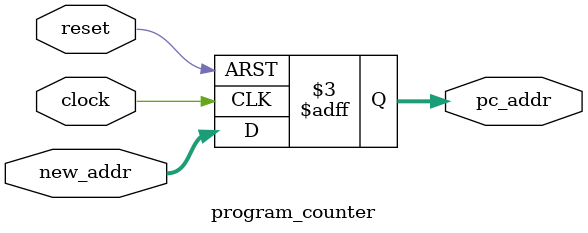
<source format=v>
module program_counter (input             clock, reset,
                        input      [31:0] new_addr,
                        output reg [31:0] pc_addr);
    
    always @ (posedge clock, posedge reset) begin
        if (reset == 1'b1)
            pc_addr <= 32'b0;
        else
            pc_addr <= new_addr;
    end

endmodule

</source>
